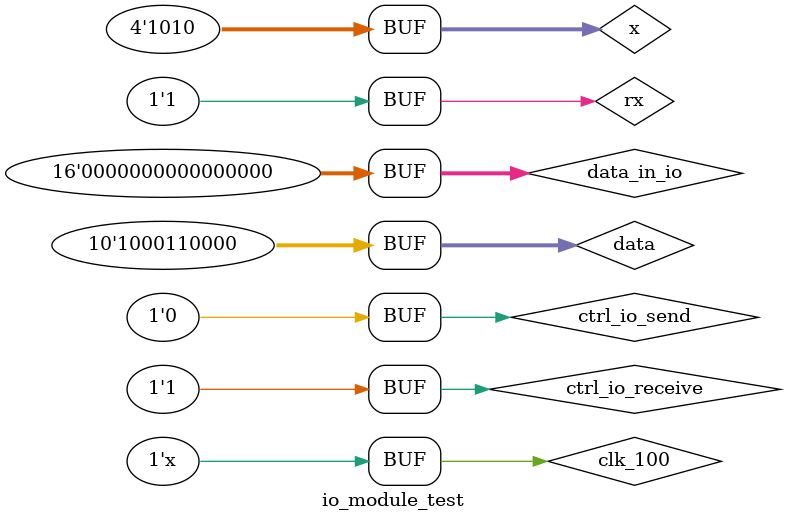
<source format=v>
`timescale 1ns / 1ps


module io_module_test;

	// Inputs
	reg clk_100;
	reg rx;
	reg [15:0] data_in_io;
	reg ctrl_io_receive;
	reg ctrl_io_send;

	// Outputs
	wire tx;
	wire [15:0] data_out_io;
	wire [15:0] addr_io;
	wire we_io;
	wire led_rx;
	wire led_tx;
	wire ready;
	wire clr;
	wire [5:0] state;
	wire send;
	wire [7:0] data_buffer;
	
		//local
	reg [9:0] data;
	reg [3:0] x;
	
	parameter buad_time =8680;

	// Instantiate the Unit Under Test (UUT)
	io_module uut (
		.clk_100(clk_100), 
		.rx(rx), 
		.tx(tx), 
		.data_in_io(data_in_io), 
		.data_out_io(data_out_io), 
		.addr_io(addr_io), 
		.we_io(we_io), 
		.ctrl_io_receive(ctrl_io_receive), 
		.ctrl_io_send(ctrl_io_send), 
		.led_rx(led_rx), 
		.led_tx(led_tx), 
		.ready(ready), 
		.clr(clr), 
		.state(state), 
		.send(send),
		  .data_buffer(data_buffer)
	);
	
	
	bram bram(
  .clka(clk_100), // input clka
  .wea(we_io), // input [0 : 0] wea
  .addra(addr_io), // input [15 : 0] addra
  .dina(data_out_io), // input [15 : 0] dina
  .douta(data_in_io), // output [15 : 0] douta
  .ena(1'b1),
  .clkb(1'b0), // input clkb
  .web(1'b0), // input [0 : 0] web
  .addrb(1'bz), // input [15 : 0] addrb
  .dinb(1'bz), // input [15 : 0] dinb
  //.doutb(1'bz), // output [15 : 0] doutb
  .enb(1'b0)
);
	
	always begin
	#50 clk_100 =~ clk_100;
	end
	initial begin
		// Initialize Inputs
		clk_100 = 0;
		rx = 1;
		data_in_io = 0;
		ctrl_io_receive = 1;
		ctrl_io_send = 0;

		// Wait 100 ns for global reset to finish
		#100;
      
		
		#104160
		data =10'b 1000011110;
		for(x = 0 ; x<10; x= x + 1) begin
			#buad_time rx=data[x];
		end
		
		
		#50416
		data =10'b 1111100000;
		for(x = 0 ; x<10; x= x + 1) begin
			#buad_time rx=data[x];
		end
		
		#104160
		data =10'b 1110011000;
		for(x = 0 ; x<10; x= x + 1) begin
			#buad_time rx=data[x];
		end
		
		
		#50416
		data =10'b 1000110000;
		for(x = 0 ; x<10; x= x + 1) begin
			#buad_time rx=data[x];
		end
		
		// Add stimulus here

	end
      
endmodule


</source>
